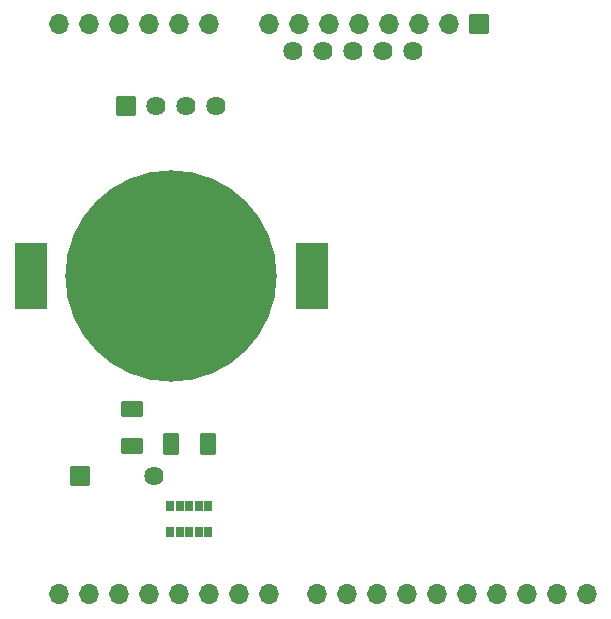
<source format=gbr>
%TF.GenerationSoftware,KiCad,Pcbnew,(5.99.0-13050-gf79cb382c4)*%
%TF.CreationDate,2021-11-18T10:13:38-08:00*%
%TF.ProjectId,S_Alarm,535f416c-6172-46d2-9e6b-696361645f70,rev?*%
%TF.SameCoordinates,Original*%
%TF.FileFunction,Soldermask,Bot*%
%TF.FilePolarity,Negative*%
%FSLAX46Y46*%
G04 Gerber Fmt 4.6, Leading zero omitted, Abs format (unit mm)*
G04 Created by KiCad (PCBNEW (5.99.0-13050-gf79cb382c4)) date 2021-11-18 10:13:38*
%MOMM*%
%LPD*%
G01*
G04 APERTURE LIST*
G04 Aperture macros list*
%AMRoundRect*
0 Rectangle with rounded corners*
0 $1 Rounding radius*
0 $2 $3 $4 $5 $6 $7 $8 $9 X,Y pos of 4 corners*
0 Add a 4 corners polygon primitive as box body*
4,1,4,$2,$3,$4,$5,$6,$7,$8,$9,$2,$3,0*
0 Add four circle primitives for the rounded corners*
1,1,$1+$1,$2,$3*
1,1,$1+$1,$4,$5*
1,1,$1+$1,$6,$7*
1,1,$1+$1,$8,$9*
0 Add four rect primitives between the rounded corners*
20,1,$1+$1,$2,$3,$4,$5,0*
20,1,$1+$1,$4,$5,$6,$7,0*
20,1,$1+$1,$6,$7,$8,$9,0*
20,1,$1+$1,$8,$9,$2,$3,0*%
G04 Aperture macros list end*
%ADD10RoundRect,0.050800X0.800000X-0.800000X0.800000X0.800000X-0.800000X0.800000X-0.800000X-0.800000X0*%
%ADD11O,1.701600X1.701600*%
%ADD12RoundRect,0.050800X-0.762000X-0.762000X0.762000X-0.762000X0.762000X0.762000X-0.762000X0.762000X0*%
%ADD13C,1.625600*%
%ADD14RoundRect,0.300800X-0.650000X0.412500X-0.650000X-0.412500X0.650000X-0.412500X0.650000X0.412500X0*%
%ADD15RoundRect,0.300800X-0.412500X-0.650000X0.412500X-0.650000X0.412500X0.650000X-0.412500X0.650000X0*%
%ADD16RoundRect,0.050800X-1.300000X-2.780000X1.300000X-2.780000X1.300000X2.780000X-1.300000X2.780000X0*%
%ADD17C,17.901600*%
%ADD18RoundRect,0.050800X0.250000X0.400000X-0.250000X0.400000X-0.250000X-0.400000X0.250000X-0.400000X0*%
G04 APERTURE END LIST*
D10*
%TO.C,A1*%
X126111000Y-50800000D03*
D11*
X123571000Y-50800000D03*
X121031000Y-50800000D03*
X118491000Y-50800000D03*
X115951000Y-50800000D03*
X113411000Y-50800000D03*
X110871000Y-50800000D03*
X108331000Y-50800000D03*
X103251000Y-50800000D03*
X100711000Y-50800000D03*
X98171000Y-50800000D03*
X95631000Y-50800000D03*
X93091000Y-50800000D03*
X90551000Y-50800000D03*
X90551000Y-99060000D03*
X93091000Y-99060000D03*
X95631000Y-99060000D03*
X98171000Y-99060000D03*
X100711000Y-99060000D03*
X103251000Y-99060000D03*
X105791000Y-99060000D03*
X108331000Y-99060000D03*
X112391000Y-99060000D03*
X114931000Y-99060000D03*
X117471000Y-99060000D03*
X120011000Y-99060000D03*
X122551000Y-99060000D03*
X125091000Y-99060000D03*
X127631000Y-99060000D03*
X130171000Y-99060000D03*
X132711000Y-99060000D03*
X135251000Y-99060000D03*
%TD*%
D12*
%TO.C,DS2*%
X96266000Y-57715000D03*
D13*
X98806000Y-57715000D03*
X101346000Y-57715000D03*
X103886000Y-57715000D03*
%TD*%
%TO.C,U1*%
X110395000Y-53086000D03*
X112935000Y-53086000D03*
X115475000Y-53086000D03*
X118015000Y-53086000D03*
X120555000Y-53086000D03*
%TD*%
D12*
%TO.C,BZ1*%
X92377000Y-89027000D03*
D13*
X98627000Y-89027000D03*
%TD*%
D14*
%TO.C,C2*%
X96774000Y-83400500D03*
X96774000Y-86525500D03*
%TD*%
D15*
%TO.C,C3*%
X100037500Y-86360000D03*
X103162500Y-86360000D03*
%TD*%
D16*
%TO.C,BT1*%
X111981000Y-72136000D03*
X88171000Y-72136000D03*
D17*
X100076000Y-72136000D03*
%TD*%
D18*
%TO.C,Y1*%
X103200000Y-93810000D03*
X102400000Y-93810000D03*
X101600000Y-93810000D03*
X100800000Y-93810000D03*
X100000000Y-93810000D03*
X100000000Y-91610000D03*
X100800000Y-91610000D03*
X101600000Y-91610000D03*
X102400000Y-91610000D03*
X103200000Y-91610000D03*
%TD*%
M02*

</source>
